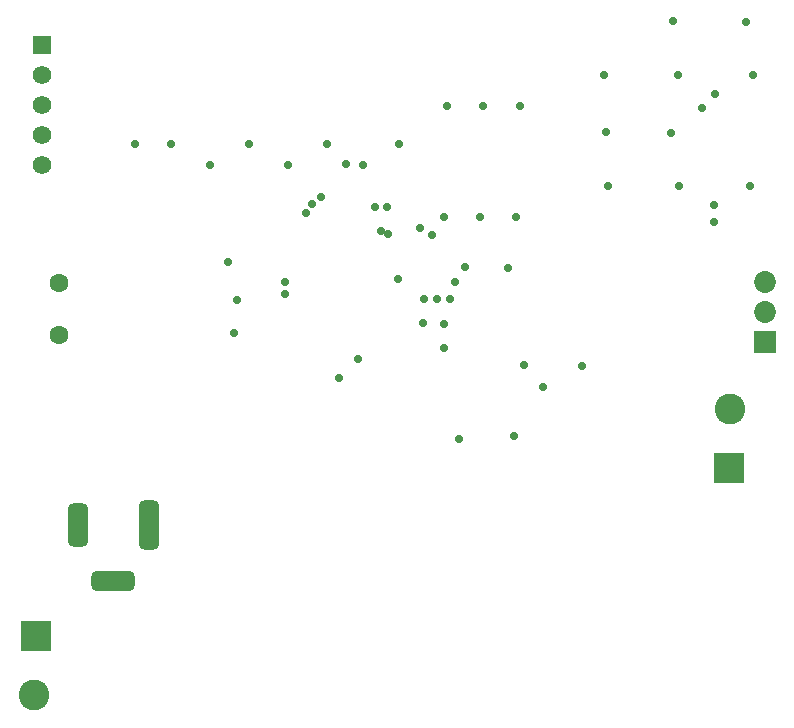
<source format=gbs>
G04*
G04 #@! TF.GenerationSoftware,Altium Limited,Altium Designer,23.3.1 (30)*
G04*
G04 Layer_Color=16711935*
%FSLAX44Y44*%
%MOMM*%
G71*
G04*
G04 #@! TF.SameCoordinates,313F503E-43F4-47E4-83EF-6EFAA7C5E57D*
G04*
G04*
G04 #@! TF.FilePolarity,Negative*
G04*
G01*
G75*
%ADD55C,2.6032*%
%ADD56R,2.6032X2.6032*%
%ADD57R,1.5732X1.5732*%
%ADD58C,1.5732*%
G04:AMPARAMS|DCode=59|XSize=1.7032mm|YSize=4.2032mm|CornerRadius=0.4766mm|HoleSize=0mm|Usage=FLASHONLY|Rotation=0.000|XOffset=0mm|YOffset=0mm|HoleType=Round|Shape=RoundedRectangle|*
%AMROUNDEDRECTD59*
21,1,1.7032,3.2500,0,0,0.0*
21,1,0.7500,4.2032,0,0,0.0*
1,1,0.9532,0.3750,-1.6250*
1,1,0.9532,-0.3750,-1.6250*
1,1,0.9532,-0.3750,1.6250*
1,1,0.9532,0.3750,1.6250*
%
%ADD59ROUNDEDRECTD59*%
G04:AMPARAMS|DCode=60|XSize=1.7032mm|YSize=3.7032mm|CornerRadius=0.4766mm|HoleSize=0mm|Usage=FLASHONLY|Rotation=180.000|XOffset=0mm|YOffset=0mm|HoleType=Round|Shape=RoundedRectangle|*
%AMROUNDEDRECTD60*
21,1,1.7032,2.7500,0,0,180.0*
21,1,0.7500,3.7032,0,0,180.0*
1,1,0.9532,-0.3750,1.3750*
1,1,0.9532,0.3750,1.3750*
1,1,0.9532,0.3750,-1.3750*
1,1,0.9532,-0.3750,-1.3750*
%
%ADD60ROUNDEDRECTD60*%
G04:AMPARAMS|DCode=61|XSize=1.7032mm|YSize=3.7032mm|CornerRadius=0.4766mm|HoleSize=0mm|Usage=FLASHONLY|Rotation=270.000|XOffset=0mm|YOffset=0mm|HoleType=Round|Shape=RoundedRectangle|*
%AMROUNDEDRECTD61*
21,1,1.7032,2.7500,0,0,270.0*
21,1,0.7500,3.7032,0,0,270.0*
1,1,0.9532,-1.3750,-0.3750*
1,1,0.9532,-1.3750,0.3750*
1,1,0.9532,1.3750,0.3750*
1,1,0.9532,1.3750,-0.3750*
%
%ADD61ROUNDEDRECTD61*%
%ADD62C,1.6032*%
%ADD63R,1.8532X1.8532*%
%ADD64C,1.8532*%
%ADD65C,0.7112*%
D55*
X52070Y50330D02*
D03*
X641350Y292970D02*
D03*
D56*
X53340Y100330D02*
D03*
X640080Y242970D02*
D03*
D57*
X58420Y600710D02*
D03*
D58*
Y575310D02*
D03*
Y549910D02*
D03*
Y524510D02*
D03*
Y499110D02*
D03*
D59*
X148900Y194310D02*
D03*
D60*
X88900D02*
D03*
D61*
X118900Y147310D02*
D03*
D62*
X73120Y355190D02*
D03*
Y399190D02*
D03*
D63*
X670560Y349250D02*
D03*
D64*
Y374650D02*
D03*
Y400050D02*
D03*
D65*
X223520Y384810D02*
D03*
X591160Y526390D02*
D03*
X535940Y527050D02*
D03*
X360213Y402492D02*
D03*
X657860Y481711D02*
D03*
X597916D02*
D03*
X537972D02*
D03*
X654660Y620370D02*
D03*
X593065Y621030D02*
D03*
X534416Y575691D02*
D03*
X660400D02*
D03*
X597408D02*
D03*
X326136Y334817D02*
D03*
X398780Y344170D02*
D03*
X408178Y400221D02*
D03*
X378460Y445770D02*
D03*
X388874Y440436D02*
D03*
X281940Y458470D02*
D03*
X264160Y400050D02*
D03*
X351790Y440690D02*
D03*
X345440Y443230D02*
D03*
X287020Y466090D02*
D03*
X294640Y472440D02*
D03*
X350520Y463550D02*
D03*
X382232Y386042D02*
D03*
X515620Y328930D02*
D03*
X316230Y500380D02*
D03*
X381000Y365184D02*
D03*
X457860Y269850D02*
D03*
X398780Y364490D02*
D03*
X264160Y389890D02*
D03*
X393046Y386042D02*
D03*
X403860D02*
D03*
X416560Y412750D02*
D03*
X340360Y463550D02*
D03*
X617220Y547370D02*
D03*
X628731Y559019D02*
D03*
X627380Y450850D02*
D03*
X627888Y465709D02*
D03*
X462896Y549294D02*
D03*
X398780Y455549D02*
D03*
X429260D02*
D03*
X459740D02*
D03*
X431800Y549529D02*
D03*
X401320D02*
D03*
X330339Y499306D02*
D03*
X266838D02*
D03*
X200798Y498925D02*
D03*
X167640Y516890D02*
D03*
X137160D02*
D03*
X233680D02*
D03*
X299720D02*
D03*
X360680D02*
D03*
X309860Y319131D02*
D03*
X411460Y267569D02*
D03*
X220980Y356870D02*
D03*
X215900Y417449D02*
D03*
X467066Y330200D02*
D03*
X482981Y311150D02*
D03*
X453390Y412060D02*
D03*
M02*

</source>
